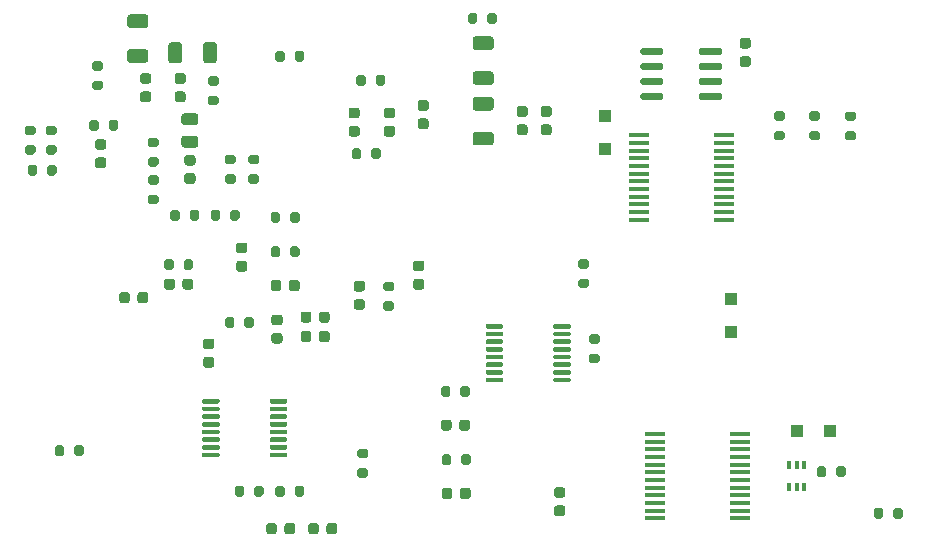
<source format=gbp>
G04 #@! TF.GenerationSoftware,KiCad,Pcbnew,(5.1.12-1-10_14)*
G04 #@! TF.CreationDate,2022-04-11T16:53:27-05:00*
G04 #@! TF.ProjectId,bath_clamp,62617468-5f63-46c6-916d-702e6b696361,rev?*
G04 #@! TF.SameCoordinates,Original*
G04 #@! TF.FileFunction,Paste,Bot*
G04 #@! TF.FilePolarity,Positive*
%FSLAX46Y46*%
G04 Gerber Fmt 4.6, Leading zero omitted, Abs format (unit mm)*
G04 Created by KiCad (PCBNEW (5.1.12-1-10_14)) date 2022-04-11 16:53:27*
%MOMM*%
%LPD*%
G01*
G04 APERTURE LIST*
%ADD10R,1.100000X1.100000*%
%ADD11R,0.400000X0.650000*%
%ADD12R,1.750000X0.450000*%
G04 APERTURE END LIST*
G36*
G01*
X42563600Y45699000D02*
X42563600Y46249000D01*
G75*
G02*
X42763600Y46449000I200000J0D01*
G01*
X43163600Y46449000D01*
G75*
G02*
X43363600Y46249000I0J-200000D01*
G01*
X43363600Y45699000D01*
G75*
G02*
X43163600Y45499000I-200000J0D01*
G01*
X42763600Y45499000D01*
G75*
G02*
X42563600Y45699000I0J200000D01*
G01*
G37*
G36*
G01*
X40913600Y45699000D02*
X40913600Y46249000D01*
G75*
G02*
X41113600Y46449000I200000J0D01*
G01*
X41513600Y46449000D01*
G75*
G02*
X41713600Y46249000I0J-200000D01*
G01*
X41713600Y45699000D01*
G75*
G02*
X41513600Y45499000I-200000J0D01*
G01*
X41113600Y45499000D01*
G75*
G02*
X40913600Y45699000I0J200000D01*
G01*
G37*
G36*
G01*
X32279000Y8743500D02*
X31729000Y8743500D01*
G75*
G02*
X31529000Y8943500I0J200000D01*
G01*
X31529000Y9343500D01*
G75*
G02*
X31729000Y9543500I200000J0D01*
G01*
X32279000Y9543500D01*
G75*
G02*
X32479000Y9343500I0J-200000D01*
G01*
X32479000Y8943500D01*
G75*
G02*
X32279000Y8743500I-200000J0D01*
G01*
G37*
G36*
G01*
X32279000Y7093500D02*
X31729000Y7093500D01*
G75*
G02*
X31529000Y7293500I0J200000D01*
G01*
X31529000Y7693500D01*
G75*
G02*
X31729000Y7893500I200000J0D01*
G01*
X32279000Y7893500D01*
G75*
G02*
X32479000Y7693500I0J-200000D01*
G01*
X32479000Y7293500D01*
G75*
G02*
X32279000Y7093500I-200000J0D01*
G01*
G37*
G36*
G01*
X17861300Y36949800D02*
X16911300Y36949800D01*
G75*
G02*
X16661300Y37199800I0J250000D01*
G01*
X16661300Y37699800D01*
G75*
G02*
X16911300Y37949800I250000J0D01*
G01*
X17861300Y37949800D01*
G75*
G02*
X18111300Y37699800I0J-250000D01*
G01*
X18111300Y37199800D01*
G75*
G02*
X17861300Y36949800I-250000J0D01*
G01*
G37*
G36*
G01*
X17861300Y35049800D02*
X16911300Y35049800D01*
G75*
G02*
X16661300Y35299800I0J250000D01*
G01*
X16661300Y35799800D01*
G75*
G02*
X16911300Y36049800I250000J0D01*
G01*
X17861300Y36049800D01*
G75*
G02*
X18111300Y35799800I0J-250000D01*
G01*
X18111300Y35299800D01*
G75*
G02*
X17861300Y35049800I-250000J0D01*
G01*
G37*
G36*
G01*
X64151700Y42778800D02*
X64651700Y42778800D01*
G75*
G02*
X64876700Y42553800I0J-225000D01*
G01*
X64876700Y42103800D01*
G75*
G02*
X64651700Y41878800I-225000J0D01*
G01*
X64151700Y41878800D01*
G75*
G02*
X63926700Y42103800I0J225000D01*
G01*
X63926700Y42553800D01*
G75*
G02*
X64151700Y42778800I225000J0D01*
G01*
G37*
G36*
G01*
X64151700Y44328800D02*
X64651700Y44328800D01*
G75*
G02*
X64876700Y44103800I0J-225000D01*
G01*
X64876700Y43653800D01*
G75*
G02*
X64651700Y43428800I-225000J0D01*
G01*
X64151700Y43428800D01*
G75*
G02*
X63926700Y43653800I0J225000D01*
G01*
X63926700Y44103800D01*
G75*
G02*
X64151700Y44328800I225000J0D01*
G01*
G37*
G36*
G01*
X19629800Y40290300D02*
X19079800Y40290300D01*
G75*
G02*
X18879800Y40490300I0J200000D01*
G01*
X18879800Y40890300D01*
G75*
G02*
X19079800Y41090300I200000J0D01*
G01*
X19629800Y41090300D01*
G75*
G02*
X19829800Y40890300I0J-200000D01*
G01*
X19829800Y40490300D01*
G75*
G02*
X19629800Y40290300I-200000J0D01*
G01*
G37*
G36*
G01*
X19629800Y38640300D02*
X19079800Y38640300D01*
G75*
G02*
X18879800Y38840300I0J200000D01*
G01*
X18879800Y39240300D01*
G75*
G02*
X19079800Y39440300I200000J0D01*
G01*
X19629800Y39440300D01*
G75*
G02*
X19829800Y39240300I0J-200000D01*
G01*
X19829800Y38840300D01*
G75*
G02*
X19629800Y38640300I-200000J0D01*
G01*
G37*
G36*
G01*
X16714900Y43715701D02*
X16714900Y42415699D01*
G75*
G02*
X16464901Y42165700I-249999J0D01*
G01*
X15814899Y42165700D01*
G75*
G02*
X15564900Y42415699I0J249999D01*
G01*
X15564900Y43715701D01*
G75*
G02*
X15814899Y43965700I249999J0D01*
G01*
X16464901Y43965700D01*
G75*
G02*
X16714900Y43715701I0J-249999D01*
G01*
G37*
G36*
G01*
X19664900Y43715701D02*
X19664900Y42415699D01*
G75*
G02*
X19414901Y42165700I-249999J0D01*
G01*
X18764899Y42165700D01*
G75*
G02*
X18514900Y42415699I0J249999D01*
G01*
X18514900Y43715701D01*
G75*
G02*
X18764899Y43965700I249999J0D01*
G01*
X19414901Y43965700D01*
G75*
G02*
X19664900Y43715701I0J-249999D01*
G01*
G37*
G36*
G01*
X12329399Y43372200D02*
X13629401Y43372200D01*
G75*
G02*
X13879400Y43122201I0J-249999D01*
G01*
X13879400Y42472199D01*
G75*
G02*
X13629401Y42222200I-249999J0D01*
G01*
X12329399Y42222200D01*
G75*
G02*
X12079400Y42472199I0J249999D01*
G01*
X12079400Y43122201D01*
G75*
G02*
X12329399Y43372200I249999J0D01*
G01*
G37*
G36*
G01*
X12329399Y46322200D02*
X13629401Y46322200D01*
G75*
G02*
X13879400Y46072201I0J-249999D01*
G01*
X13879400Y45422199D01*
G75*
G02*
X13629401Y45172200I-249999J0D01*
G01*
X12329399Y45172200D01*
G75*
G02*
X12079400Y45422199I0J249999D01*
G01*
X12079400Y46072201D01*
G75*
G02*
X12329399Y46322200I249999J0D01*
G01*
G37*
G36*
G01*
X48149800Y15265300D02*
X48149800Y15465300D01*
G75*
G02*
X48249800Y15565300I100000J0D01*
G01*
X49524800Y15565300D01*
G75*
G02*
X49624800Y15465300I0J-100000D01*
G01*
X49624800Y15265300D01*
G75*
G02*
X49524800Y15165300I-100000J0D01*
G01*
X48249800Y15165300D01*
G75*
G02*
X48149800Y15265300I0J100000D01*
G01*
G37*
G36*
G01*
X48149800Y15915300D02*
X48149800Y16115300D01*
G75*
G02*
X48249800Y16215300I100000J0D01*
G01*
X49524800Y16215300D01*
G75*
G02*
X49624800Y16115300I0J-100000D01*
G01*
X49624800Y15915300D01*
G75*
G02*
X49524800Y15815300I-100000J0D01*
G01*
X48249800Y15815300D01*
G75*
G02*
X48149800Y15915300I0J100000D01*
G01*
G37*
G36*
G01*
X48149800Y16565300D02*
X48149800Y16765300D01*
G75*
G02*
X48249800Y16865300I100000J0D01*
G01*
X49524800Y16865300D01*
G75*
G02*
X49624800Y16765300I0J-100000D01*
G01*
X49624800Y16565300D01*
G75*
G02*
X49524800Y16465300I-100000J0D01*
G01*
X48249800Y16465300D01*
G75*
G02*
X48149800Y16565300I0J100000D01*
G01*
G37*
G36*
G01*
X48149800Y17215300D02*
X48149800Y17415300D01*
G75*
G02*
X48249800Y17515300I100000J0D01*
G01*
X49524800Y17515300D01*
G75*
G02*
X49624800Y17415300I0J-100000D01*
G01*
X49624800Y17215300D01*
G75*
G02*
X49524800Y17115300I-100000J0D01*
G01*
X48249800Y17115300D01*
G75*
G02*
X48149800Y17215300I0J100000D01*
G01*
G37*
G36*
G01*
X48149800Y17865300D02*
X48149800Y18065300D01*
G75*
G02*
X48249800Y18165300I100000J0D01*
G01*
X49524800Y18165300D01*
G75*
G02*
X49624800Y18065300I0J-100000D01*
G01*
X49624800Y17865300D01*
G75*
G02*
X49524800Y17765300I-100000J0D01*
G01*
X48249800Y17765300D01*
G75*
G02*
X48149800Y17865300I0J100000D01*
G01*
G37*
G36*
G01*
X48149800Y18515300D02*
X48149800Y18715300D01*
G75*
G02*
X48249800Y18815300I100000J0D01*
G01*
X49524800Y18815300D01*
G75*
G02*
X49624800Y18715300I0J-100000D01*
G01*
X49624800Y18515300D01*
G75*
G02*
X49524800Y18415300I-100000J0D01*
G01*
X48249800Y18415300D01*
G75*
G02*
X48149800Y18515300I0J100000D01*
G01*
G37*
G36*
G01*
X48149800Y19165300D02*
X48149800Y19365300D01*
G75*
G02*
X48249800Y19465300I100000J0D01*
G01*
X49524800Y19465300D01*
G75*
G02*
X49624800Y19365300I0J-100000D01*
G01*
X49624800Y19165300D01*
G75*
G02*
X49524800Y19065300I-100000J0D01*
G01*
X48249800Y19065300D01*
G75*
G02*
X48149800Y19165300I0J100000D01*
G01*
G37*
G36*
G01*
X48149800Y19815300D02*
X48149800Y20015300D01*
G75*
G02*
X48249800Y20115300I100000J0D01*
G01*
X49524800Y20115300D01*
G75*
G02*
X49624800Y20015300I0J-100000D01*
G01*
X49624800Y19815300D01*
G75*
G02*
X49524800Y19715300I-100000J0D01*
G01*
X48249800Y19715300D01*
G75*
G02*
X48149800Y19815300I0J100000D01*
G01*
G37*
G36*
G01*
X42424800Y19815300D02*
X42424800Y20015300D01*
G75*
G02*
X42524800Y20115300I100000J0D01*
G01*
X43799800Y20115300D01*
G75*
G02*
X43899800Y20015300I0J-100000D01*
G01*
X43899800Y19815300D01*
G75*
G02*
X43799800Y19715300I-100000J0D01*
G01*
X42524800Y19715300D01*
G75*
G02*
X42424800Y19815300I0J100000D01*
G01*
G37*
G36*
G01*
X42424800Y19165300D02*
X42424800Y19365300D01*
G75*
G02*
X42524800Y19465300I100000J0D01*
G01*
X43799800Y19465300D01*
G75*
G02*
X43899800Y19365300I0J-100000D01*
G01*
X43899800Y19165300D01*
G75*
G02*
X43799800Y19065300I-100000J0D01*
G01*
X42524800Y19065300D01*
G75*
G02*
X42424800Y19165300I0J100000D01*
G01*
G37*
G36*
G01*
X42424800Y18515300D02*
X42424800Y18715300D01*
G75*
G02*
X42524800Y18815300I100000J0D01*
G01*
X43799800Y18815300D01*
G75*
G02*
X43899800Y18715300I0J-100000D01*
G01*
X43899800Y18515300D01*
G75*
G02*
X43799800Y18415300I-100000J0D01*
G01*
X42524800Y18415300D01*
G75*
G02*
X42424800Y18515300I0J100000D01*
G01*
G37*
G36*
G01*
X42424800Y17865300D02*
X42424800Y18065300D01*
G75*
G02*
X42524800Y18165300I100000J0D01*
G01*
X43799800Y18165300D01*
G75*
G02*
X43899800Y18065300I0J-100000D01*
G01*
X43899800Y17865300D01*
G75*
G02*
X43799800Y17765300I-100000J0D01*
G01*
X42524800Y17765300D01*
G75*
G02*
X42424800Y17865300I0J100000D01*
G01*
G37*
G36*
G01*
X42424800Y17215300D02*
X42424800Y17415300D01*
G75*
G02*
X42524800Y17515300I100000J0D01*
G01*
X43799800Y17515300D01*
G75*
G02*
X43899800Y17415300I0J-100000D01*
G01*
X43899800Y17215300D01*
G75*
G02*
X43799800Y17115300I-100000J0D01*
G01*
X42524800Y17115300D01*
G75*
G02*
X42424800Y17215300I0J100000D01*
G01*
G37*
G36*
G01*
X42424800Y16565300D02*
X42424800Y16765300D01*
G75*
G02*
X42524800Y16865300I100000J0D01*
G01*
X43799800Y16865300D01*
G75*
G02*
X43899800Y16765300I0J-100000D01*
G01*
X43899800Y16565300D01*
G75*
G02*
X43799800Y16465300I-100000J0D01*
G01*
X42524800Y16465300D01*
G75*
G02*
X42424800Y16565300I0J100000D01*
G01*
G37*
G36*
G01*
X42424800Y15915300D02*
X42424800Y16115300D01*
G75*
G02*
X42524800Y16215300I100000J0D01*
G01*
X43799800Y16215300D01*
G75*
G02*
X43899800Y16115300I0J-100000D01*
G01*
X43899800Y15915300D01*
G75*
G02*
X43799800Y15815300I-100000J0D01*
G01*
X42524800Y15815300D01*
G75*
G02*
X42424800Y15915300I0J100000D01*
G01*
G37*
G36*
G01*
X42424800Y15265300D02*
X42424800Y15465300D01*
G75*
G02*
X42524800Y15565300I100000J0D01*
G01*
X43799800Y15565300D01*
G75*
G02*
X43899800Y15465300I0J-100000D01*
G01*
X43899800Y15265300D01*
G75*
G02*
X43799800Y15165300I-100000J0D01*
G01*
X42524800Y15165300D01*
G75*
G02*
X42424800Y15265300I0J100000D01*
G01*
G37*
G36*
G01*
X34488800Y22891300D02*
X33938800Y22891300D01*
G75*
G02*
X33738800Y23091300I0J200000D01*
G01*
X33738800Y23491300D01*
G75*
G02*
X33938800Y23691300I200000J0D01*
G01*
X34488800Y23691300D01*
G75*
G02*
X34688800Y23491300I0J-200000D01*
G01*
X34688800Y23091300D01*
G75*
G02*
X34488800Y22891300I-200000J0D01*
G01*
G37*
G36*
G01*
X34488800Y21241300D02*
X33938800Y21241300D01*
G75*
G02*
X33738800Y21441300I0J200000D01*
G01*
X33738800Y21841300D01*
G75*
G02*
X33938800Y22041300I200000J0D01*
G01*
X34488800Y22041300D01*
G75*
G02*
X34688800Y21841300I0J-200000D01*
G01*
X34688800Y21441300D01*
G75*
G02*
X34488800Y21241300I-200000J0D01*
G01*
G37*
G36*
G01*
X50998800Y24796300D02*
X50448800Y24796300D01*
G75*
G02*
X50248800Y24996300I0J200000D01*
G01*
X50248800Y25396300D01*
G75*
G02*
X50448800Y25596300I200000J0D01*
G01*
X50998800Y25596300D01*
G75*
G02*
X51198800Y25396300I0J-200000D01*
G01*
X51198800Y24996300D01*
G75*
G02*
X50998800Y24796300I-200000J0D01*
G01*
G37*
G36*
G01*
X50998800Y23146300D02*
X50448800Y23146300D01*
G75*
G02*
X50248800Y23346300I0J200000D01*
G01*
X50248800Y23746300D01*
G75*
G02*
X50448800Y23946300I200000J0D01*
G01*
X50998800Y23946300D01*
G75*
G02*
X51198800Y23746300I0J-200000D01*
G01*
X51198800Y23346300D01*
G75*
G02*
X50998800Y23146300I-200000J0D01*
G01*
G37*
G36*
G01*
X21152300Y20518800D02*
X21152300Y19968800D01*
G75*
G02*
X20952300Y19768800I-200000J0D01*
G01*
X20552300Y19768800D01*
G75*
G02*
X20352300Y19968800I0J200000D01*
G01*
X20352300Y20518800D01*
G75*
G02*
X20552300Y20718800I200000J0D01*
G01*
X20952300Y20718800D01*
G75*
G02*
X21152300Y20518800I0J-200000D01*
G01*
G37*
G36*
G01*
X22802300Y20518800D02*
X22802300Y19968800D01*
G75*
G02*
X22602300Y19768800I-200000J0D01*
G01*
X22202300Y19768800D01*
G75*
G02*
X22002300Y19968800I0J200000D01*
G01*
X22002300Y20518800D01*
G75*
G02*
X22202300Y20718800I200000J0D01*
G01*
X22602300Y20718800D01*
G75*
G02*
X22802300Y20518800I0J-200000D01*
G01*
G37*
G36*
G01*
X25875800Y25937800D02*
X25875800Y26487800D01*
G75*
G02*
X26075800Y26687800I200000J0D01*
G01*
X26475800Y26687800D01*
G75*
G02*
X26675800Y26487800I0J-200000D01*
G01*
X26675800Y25937800D01*
G75*
G02*
X26475800Y25737800I-200000J0D01*
G01*
X26075800Y25737800D01*
G75*
G02*
X25875800Y25937800I0J200000D01*
G01*
G37*
G36*
G01*
X24225800Y25937800D02*
X24225800Y26487800D01*
G75*
G02*
X24425800Y26687800I200000J0D01*
G01*
X24825800Y26687800D01*
G75*
G02*
X25025800Y26487800I0J-200000D01*
G01*
X25025800Y25937800D01*
G75*
G02*
X24825800Y25737800I-200000J0D01*
G01*
X24425800Y25737800D01*
G75*
G02*
X24225800Y25937800I0J200000D01*
G01*
G37*
G36*
G01*
X17366800Y29049300D02*
X17366800Y29599300D01*
G75*
G02*
X17566800Y29799300I200000J0D01*
G01*
X17966800Y29799300D01*
G75*
G02*
X18166800Y29599300I0J-200000D01*
G01*
X18166800Y29049300D01*
G75*
G02*
X17966800Y28849300I-200000J0D01*
G01*
X17566800Y28849300D01*
G75*
G02*
X17366800Y29049300I0J200000D01*
G01*
G37*
G36*
G01*
X15716800Y29049300D02*
X15716800Y29599300D01*
G75*
G02*
X15916800Y29799300I200000J0D01*
G01*
X16316800Y29799300D01*
G75*
G02*
X16516800Y29599300I0J-200000D01*
G01*
X16516800Y29049300D01*
G75*
G02*
X16316800Y28849300I-200000J0D01*
G01*
X15916800Y28849300D01*
G75*
G02*
X15716800Y29049300I0J200000D01*
G01*
G37*
G36*
G01*
X71253800Y7882300D02*
X71253800Y7332300D01*
G75*
G02*
X71053800Y7132300I-200000J0D01*
G01*
X70653800Y7132300D01*
G75*
G02*
X70453800Y7332300I0J200000D01*
G01*
X70453800Y7882300D01*
G75*
G02*
X70653800Y8082300I200000J0D01*
G01*
X71053800Y8082300D01*
G75*
G02*
X71253800Y7882300I0J-200000D01*
G01*
G37*
G36*
G01*
X72903800Y7882300D02*
X72903800Y7332300D01*
G75*
G02*
X72703800Y7132300I-200000J0D01*
G01*
X72303800Y7132300D01*
G75*
G02*
X72103800Y7332300I0J200000D01*
G01*
X72103800Y7882300D01*
G75*
G02*
X72303800Y8082300I200000J0D01*
G01*
X72703800Y8082300D01*
G75*
G02*
X72903800Y7882300I0J-200000D01*
G01*
G37*
D10*
X52501800Y34909300D03*
X52501800Y37709300D03*
X63169800Y19415300D03*
X63169800Y22215300D03*
X68757800Y11036300D03*
X71557800Y11036300D03*
G36*
G01*
X7587800Y9110300D02*
X7587800Y9660300D01*
G75*
G02*
X7787800Y9860300I200000J0D01*
G01*
X8187800Y9860300D01*
G75*
G02*
X8387800Y9660300I0J-200000D01*
G01*
X8387800Y9110300D01*
G75*
G02*
X8187800Y8910300I-200000J0D01*
G01*
X7787800Y8910300D01*
G75*
G02*
X7587800Y9110300I0J200000D01*
G01*
G37*
G36*
G01*
X5937800Y9110300D02*
X5937800Y9660300D01*
G75*
G02*
X6137800Y9860300I200000J0D01*
G01*
X6537800Y9860300D01*
G75*
G02*
X6737800Y9660300I0J-200000D01*
G01*
X6737800Y9110300D01*
G75*
G02*
X6537800Y8910300I-200000J0D01*
G01*
X6137800Y8910300D01*
G75*
G02*
X5937800Y9110300I0J200000D01*
G01*
G37*
G36*
G01*
X26256800Y42511300D02*
X26256800Y43061300D01*
G75*
G02*
X26456800Y43261300I200000J0D01*
G01*
X26856800Y43261300D01*
G75*
G02*
X27056800Y43061300I0J-200000D01*
G01*
X27056800Y42511300D01*
G75*
G02*
X26856800Y42311300I-200000J0D01*
G01*
X26456800Y42311300D01*
G75*
G02*
X26256800Y42511300I0J200000D01*
G01*
G37*
G36*
G01*
X24606800Y42511300D02*
X24606800Y43061300D01*
G75*
G02*
X24806800Y43261300I200000J0D01*
G01*
X25206800Y43261300D01*
G75*
G02*
X25406800Y43061300I0J-200000D01*
G01*
X25406800Y42511300D01*
G75*
G02*
X25206800Y42311300I-200000J0D01*
G01*
X24806800Y42311300D01*
G75*
G02*
X24606800Y42511300I0J200000D01*
G01*
G37*
G36*
G01*
X20795800Y29049300D02*
X20795800Y29599300D01*
G75*
G02*
X20995800Y29799300I200000J0D01*
G01*
X21395800Y29799300D01*
G75*
G02*
X21595800Y29599300I0J-200000D01*
G01*
X21595800Y29049300D01*
G75*
G02*
X21395800Y28849300I-200000J0D01*
G01*
X20995800Y28849300D01*
G75*
G02*
X20795800Y29049300I0J200000D01*
G01*
G37*
G36*
G01*
X19145800Y29049300D02*
X19145800Y29599300D01*
G75*
G02*
X19345800Y29799300I200000J0D01*
G01*
X19745800Y29799300D01*
G75*
G02*
X19945800Y29599300I0J-200000D01*
G01*
X19945800Y29049300D01*
G75*
G02*
X19745800Y28849300I-200000J0D01*
G01*
X19345800Y28849300D01*
G75*
G02*
X19145800Y29049300I0J200000D01*
G01*
G37*
G36*
G01*
X25875800Y28858800D02*
X25875800Y29408800D01*
G75*
G02*
X26075800Y29608800I200000J0D01*
G01*
X26475800Y29608800D01*
G75*
G02*
X26675800Y29408800I0J-200000D01*
G01*
X26675800Y28858800D01*
G75*
G02*
X26475800Y28658800I-200000J0D01*
G01*
X26075800Y28658800D01*
G75*
G02*
X25875800Y28858800I0J200000D01*
G01*
G37*
G36*
G01*
X24225800Y28858800D02*
X24225800Y29408800D01*
G75*
G02*
X24425800Y29608800I200000J0D01*
G01*
X24825800Y29608800D01*
G75*
G02*
X25025800Y29408800I0J-200000D01*
G01*
X25025800Y28858800D01*
G75*
G02*
X24825800Y28658800I-200000J0D01*
G01*
X24425800Y28658800D01*
G75*
G02*
X24225800Y28858800I0J200000D01*
G01*
G37*
G36*
G01*
X40353800Y8348300D02*
X40353800Y8898300D01*
G75*
G02*
X40553800Y9098300I200000J0D01*
G01*
X40953800Y9098300D01*
G75*
G02*
X41153800Y8898300I0J-200000D01*
G01*
X41153800Y8348300D01*
G75*
G02*
X40953800Y8148300I-200000J0D01*
G01*
X40553800Y8148300D01*
G75*
G02*
X40353800Y8348300I0J200000D01*
G01*
G37*
G36*
G01*
X38703800Y8348300D02*
X38703800Y8898300D01*
G75*
G02*
X38903800Y9098300I200000J0D01*
G01*
X39303800Y9098300D01*
G75*
G02*
X39503800Y8898300I0J-200000D01*
G01*
X39503800Y8348300D01*
G75*
G02*
X39303800Y8148300I-200000J0D01*
G01*
X38903800Y8148300D01*
G75*
G02*
X38703800Y8348300I0J200000D01*
G01*
G37*
G36*
G01*
X76079800Y4364400D02*
X76079800Y3814400D01*
G75*
G02*
X75879800Y3614400I-200000J0D01*
G01*
X75479800Y3614400D01*
G75*
G02*
X75279800Y3814400I0J200000D01*
G01*
X75279800Y4364400D01*
G75*
G02*
X75479800Y4564400I200000J0D01*
G01*
X75879800Y4564400D01*
G75*
G02*
X76079800Y4364400I0J-200000D01*
G01*
G37*
G36*
G01*
X77729800Y4364400D02*
X77729800Y3814400D01*
G75*
G02*
X77529800Y3614400I-200000J0D01*
G01*
X77129800Y3614400D01*
G75*
G02*
X76929800Y3814400I0J200000D01*
G01*
X76929800Y4364400D01*
G75*
G02*
X77129800Y4564400I200000J0D01*
G01*
X77529800Y4564400D01*
G75*
G02*
X77729800Y4364400I0J-200000D01*
G01*
G37*
G36*
G01*
X22827800Y5681300D02*
X22827800Y6231300D01*
G75*
G02*
X23027800Y6431300I200000J0D01*
G01*
X23427800Y6431300D01*
G75*
G02*
X23627800Y6231300I0J-200000D01*
G01*
X23627800Y5681300D01*
G75*
G02*
X23427800Y5481300I-200000J0D01*
G01*
X23027800Y5481300D01*
G75*
G02*
X22827800Y5681300I0J200000D01*
G01*
G37*
G36*
G01*
X21177800Y5681300D02*
X21177800Y6231300D01*
G75*
G02*
X21377800Y6431300I200000J0D01*
G01*
X21777800Y6431300D01*
G75*
G02*
X21977800Y6231300I0J-200000D01*
G01*
X21977800Y5681300D01*
G75*
G02*
X21777800Y5481300I-200000J0D01*
G01*
X21377800Y5481300D01*
G75*
G02*
X21177800Y5681300I0J200000D01*
G01*
G37*
G36*
G01*
X51887800Y18446300D02*
X51337800Y18446300D01*
G75*
G02*
X51137800Y18646300I0J200000D01*
G01*
X51137800Y19046300D01*
G75*
G02*
X51337800Y19246300I200000J0D01*
G01*
X51887800Y19246300D01*
G75*
G02*
X52087800Y19046300I0J-200000D01*
G01*
X52087800Y18646300D01*
G75*
G02*
X51887800Y18446300I-200000J0D01*
G01*
G37*
G36*
G01*
X51887800Y16796300D02*
X51337800Y16796300D01*
G75*
G02*
X51137800Y16996300I0J200000D01*
G01*
X51137800Y17396300D01*
G75*
G02*
X51337800Y17596300I200000J0D01*
G01*
X51887800Y17596300D01*
G75*
G02*
X52087800Y17396300I0J-200000D01*
G01*
X52087800Y16996300D01*
G75*
G02*
X51887800Y16796300I-200000J0D01*
G01*
G37*
G36*
G01*
X25406800Y6231300D02*
X25406800Y5681300D01*
G75*
G02*
X25206800Y5481300I-200000J0D01*
G01*
X24806800Y5481300D01*
G75*
G02*
X24606800Y5681300I0J200000D01*
G01*
X24606800Y6231300D01*
G75*
G02*
X24806800Y6431300I200000J0D01*
G01*
X25206800Y6431300D01*
G75*
G02*
X25406800Y6231300I0J-200000D01*
G01*
G37*
G36*
G01*
X27056800Y6231300D02*
X27056800Y5681300D01*
G75*
G02*
X26856800Y5481300I-200000J0D01*
G01*
X26456800Y5481300D01*
G75*
G02*
X26256800Y5681300I0J200000D01*
G01*
X26256800Y6231300D01*
G75*
G02*
X26456800Y6431300I200000J0D01*
G01*
X26856800Y6431300D01*
G75*
G02*
X27056800Y6231300I0J-200000D01*
G01*
G37*
G36*
G01*
X40296300Y14130800D02*
X40296300Y14680800D01*
G75*
G02*
X40496300Y14880800I200000J0D01*
G01*
X40896300Y14880800D01*
G75*
G02*
X41096300Y14680800I0J-200000D01*
G01*
X41096300Y14130800D01*
G75*
G02*
X40896300Y13930800I-200000J0D01*
G01*
X40496300Y13930800D01*
G75*
G02*
X40296300Y14130800I0J200000D01*
G01*
G37*
G36*
G01*
X38646300Y14130800D02*
X38646300Y14680800D01*
G75*
G02*
X38846300Y14880800I200000J0D01*
G01*
X39246300Y14880800D01*
G75*
G02*
X39446300Y14680800I0J-200000D01*
G01*
X39446300Y14130800D01*
G75*
G02*
X39246300Y13930800I-200000J0D01*
G01*
X38846300Y13930800D01*
G75*
G02*
X38646300Y14130800I0J200000D01*
G01*
G37*
G36*
G01*
X9658800Y37219300D02*
X9658800Y36669300D01*
G75*
G02*
X9458800Y36469300I-200000J0D01*
G01*
X9058800Y36469300D01*
G75*
G02*
X8858800Y36669300I0J200000D01*
G01*
X8858800Y37219300D01*
G75*
G02*
X9058800Y37419300I200000J0D01*
G01*
X9458800Y37419300D01*
G75*
G02*
X9658800Y37219300I0J-200000D01*
G01*
G37*
G36*
G01*
X11308800Y37219300D02*
X11308800Y36669300D01*
G75*
G02*
X11108800Y36469300I-200000J0D01*
G01*
X10708800Y36469300D01*
G75*
G02*
X10508800Y36669300I0J200000D01*
G01*
X10508800Y37219300D01*
G75*
G02*
X10708800Y37419300I200000J0D01*
G01*
X11108800Y37419300D01*
G75*
G02*
X11308800Y37219300I0J-200000D01*
G01*
G37*
G36*
G01*
X9850800Y41560300D02*
X9300800Y41560300D01*
G75*
G02*
X9100800Y41760300I0J200000D01*
G01*
X9100800Y42160300D01*
G75*
G02*
X9300800Y42360300I200000J0D01*
G01*
X9850800Y42360300D01*
G75*
G02*
X10050800Y42160300I0J-200000D01*
G01*
X10050800Y41760300D01*
G75*
G02*
X9850800Y41560300I-200000J0D01*
G01*
G37*
G36*
G01*
X9850800Y39910300D02*
X9300800Y39910300D01*
G75*
G02*
X9100800Y40110300I0J200000D01*
G01*
X9100800Y40510300D01*
G75*
G02*
X9300800Y40710300I200000J0D01*
G01*
X9850800Y40710300D01*
G75*
G02*
X10050800Y40510300I0J-200000D01*
G01*
X10050800Y40110300D01*
G75*
G02*
X9850800Y39910300I-200000J0D01*
G01*
G37*
D11*
X68107800Y6276300D03*
X69407800Y6276300D03*
X68757800Y8176300D03*
X68757800Y6276300D03*
X69407800Y8176300D03*
X68107800Y8176300D03*
G36*
G01*
X25125800Y23605300D02*
X25125800Y23105300D01*
G75*
G02*
X24900800Y22880300I-225000J0D01*
G01*
X24450800Y22880300D01*
G75*
G02*
X24225800Y23105300I0J225000D01*
G01*
X24225800Y23605300D01*
G75*
G02*
X24450800Y23830300I225000J0D01*
G01*
X24900800Y23830300D01*
G75*
G02*
X25125800Y23605300I0J-225000D01*
G01*
G37*
G36*
G01*
X26675800Y23605300D02*
X26675800Y23105300D01*
G75*
G02*
X26450800Y22880300I-225000J0D01*
G01*
X26000800Y22880300D01*
G75*
G02*
X25775800Y23105300I0J225000D01*
G01*
X25775800Y23605300D01*
G75*
G02*
X26000800Y23830300I225000J0D01*
G01*
X26450800Y23830300D01*
G75*
G02*
X26675800Y23605300I0J-225000D01*
G01*
G37*
G36*
G01*
X24146800Y8915300D02*
X24146800Y9115300D01*
G75*
G02*
X24246800Y9215300I100000J0D01*
G01*
X25521800Y9215300D01*
G75*
G02*
X25621800Y9115300I0J-100000D01*
G01*
X25621800Y8915300D01*
G75*
G02*
X25521800Y8815300I-100000J0D01*
G01*
X24246800Y8815300D01*
G75*
G02*
X24146800Y8915300I0J100000D01*
G01*
G37*
G36*
G01*
X24146800Y9565300D02*
X24146800Y9765300D01*
G75*
G02*
X24246800Y9865300I100000J0D01*
G01*
X25521800Y9865300D01*
G75*
G02*
X25621800Y9765300I0J-100000D01*
G01*
X25621800Y9565300D01*
G75*
G02*
X25521800Y9465300I-100000J0D01*
G01*
X24246800Y9465300D01*
G75*
G02*
X24146800Y9565300I0J100000D01*
G01*
G37*
G36*
G01*
X24146800Y10215300D02*
X24146800Y10415300D01*
G75*
G02*
X24246800Y10515300I100000J0D01*
G01*
X25521800Y10515300D01*
G75*
G02*
X25621800Y10415300I0J-100000D01*
G01*
X25621800Y10215300D01*
G75*
G02*
X25521800Y10115300I-100000J0D01*
G01*
X24246800Y10115300D01*
G75*
G02*
X24146800Y10215300I0J100000D01*
G01*
G37*
G36*
G01*
X24146800Y10865300D02*
X24146800Y11065300D01*
G75*
G02*
X24246800Y11165300I100000J0D01*
G01*
X25521800Y11165300D01*
G75*
G02*
X25621800Y11065300I0J-100000D01*
G01*
X25621800Y10865300D01*
G75*
G02*
X25521800Y10765300I-100000J0D01*
G01*
X24246800Y10765300D01*
G75*
G02*
X24146800Y10865300I0J100000D01*
G01*
G37*
G36*
G01*
X24146800Y11515300D02*
X24146800Y11715300D01*
G75*
G02*
X24246800Y11815300I100000J0D01*
G01*
X25521800Y11815300D01*
G75*
G02*
X25621800Y11715300I0J-100000D01*
G01*
X25621800Y11515300D01*
G75*
G02*
X25521800Y11415300I-100000J0D01*
G01*
X24246800Y11415300D01*
G75*
G02*
X24146800Y11515300I0J100000D01*
G01*
G37*
G36*
G01*
X24146800Y12165300D02*
X24146800Y12365300D01*
G75*
G02*
X24246800Y12465300I100000J0D01*
G01*
X25521800Y12465300D01*
G75*
G02*
X25621800Y12365300I0J-100000D01*
G01*
X25621800Y12165300D01*
G75*
G02*
X25521800Y12065300I-100000J0D01*
G01*
X24246800Y12065300D01*
G75*
G02*
X24146800Y12165300I0J100000D01*
G01*
G37*
G36*
G01*
X24146800Y12815300D02*
X24146800Y13015300D01*
G75*
G02*
X24246800Y13115300I100000J0D01*
G01*
X25521800Y13115300D01*
G75*
G02*
X25621800Y13015300I0J-100000D01*
G01*
X25621800Y12815300D01*
G75*
G02*
X25521800Y12715300I-100000J0D01*
G01*
X24246800Y12715300D01*
G75*
G02*
X24146800Y12815300I0J100000D01*
G01*
G37*
G36*
G01*
X24146800Y13465300D02*
X24146800Y13665300D01*
G75*
G02*
X24246800Y13765300I100000J0D01*
G01*
X25521800Y13765300D01*
G75*
G02*
X25621800Y13665300I0J-100000D01*
G01*
X25621800Y13465300D01*
G75*
G02*
X25521800Y13365300I-100000J0D01*
G01*
X24246800Y13365300D01*
G75*
G02*
X24146800Y13465300I0J100000D01*
G01*
G37*
G36*
G01*
X18421800Y13465300D02*
X18421800Y13665300D01*
G75*
G02*
X18521800Y13765300I100000J0D01*
G01*
X19796800Y13765300D01*
G75*
G02*
X19896800Y13665300I0J-100000D01*
G01*
X19896800Y13465300D01*
G75*
G02*
X19796800Y13365300I-100000J0D01*
G01*
X18521800Y13365300D01*
G75*
G02*
X18421800Y13465300I0J100000D01*
G01*
G37*
G36*
G01*
X18421800Y12815300D02*
X18421800Y13015300D01*
G75*
G02*
X18521800Y13115300I100000J0D01*
G01*
X19796800Y13115300D01*
G75*
G02*
X19896800Y13015300I0J-100000D01*
G01*
X19896800Y12815300D01*
G75*
G02*
X19796800Y12715300I-100000J0D01*
G01*
X18521800Y12715300D01*
G75*
G02*
X18421800Y12815300I0J100000D01*
G01*
G37*
G36*
G01*
X18421800Y12165300D02*
X18421800Y12365300D01*
G75*
G02*
X18521800Y12465300I100000J0D01*
G01*
X19796800Y12465300D01*
G75*
G02*
X19896800Y12365300I0J-100000D01*
G01*
X19896800Y12165300D01*
G75*
G02*
X19796800Y12065300I-100000J0D01*
G01*
X18521800Y12065300D01*
G75*
G02*
X18421800Y12165300I0J100000D01*
G01*
G37*
G36*
G01*
X18421800Y11515300D02*
X18421800Y11715300D01*
G75*
G02*
X18521800Y11815300I100000J0D01*
G01*
X19796800Y11815300D01*
G75*
G02*
X19896800Y11715300I0J-100000D01*
G01*
X19896800Y11515300D01*
G75*
G02*
X19796800Y11415300I-100000J0D01*
G01*
X18521800Y11415300D01*
G75*
G02*
X18421800Y11515300I0J100000D01*
G01*
G37*
G36*
G01*
X18421800Y10865300D02*
X18421800Y11065300D01*
G75*
G02*
X18521800Y11165300I100000J0D01*
G01*
X19796800Y11165300D01*
G75*
G02*
X19896800Y11065300I0J-100000D01*
G01*
X19896800Y10865300D01*
G75*
G02*
X19796800Y10765300I-100000J0D01*
G01*
X18521800Y10765300D01*
G75*
G02*
X18421800Y10865300I0J100000D01*
G01*
G37*
G36*
G01*
X18421800Y10215300D02*
X18421800Y10415300D01*
G75*
G02*
X18521800Y10515300I100000J0D01*
G01*
X19796800Y10515300D01*
G75*
G02*
X19896800Y10415300I0J-100000D01*
G01*
X19896800Y10215300D01*
G75*
G02*
X19796800Y10115300I-100000J0D01*
G01*
X18521800Y10115300D01*
G75*
G02*
X18421800Y10215300I0J100000D01*
G01*
G37*
G36*
G01*
X18421800Y9565300D02*
X18421800Y9765300D01*
G75*
G02*
X18521800Y9865300I100000J0D01*
G01*
X19796800Y9865300D01*
G75*
G02*
X19896800Y9765300I0J-100000D01*
G01*
X19896800Y9565300D01*
G75*
G02*
X19796800Y9465300I-100000J0D01*
G01*
X18521800Y9465300D01*
G75*
G02*
X18421800Y9565300I0J100000D01*
G01*
G37*
G36*
G01*
X18421800Y8915300D02*
X18421800Y9115300D01*
G75*
G02*
X18521800Y9215300I100000J0D01*
G01*
X19796800Y9215300D01*
G75*
G02*
X19896800Y9115300I0J-100000D01*
G01*
X19896800Y8915300D01*
G75*
G02*
X19796800Y8815300I-100000J0D01*
G01*
X18521800Y8815300D01*
G75*
G02*
X18421800Y8915300I0J100000D01*
G01*
G37*
G36*
G01*
X3585800Y35249300D02*
X4135800Y35249300D01*
G75*
G02*
X4335800Y35049300I0J-200000D01*
G01*
X4335800Y34649300D01*
G75*
G02*
X4135800Y34449300I-200000J0D01*
G01*
X3585800Y34449300D01*
G75*
G02*
X3385800Y34649300I0J200000D01*
G01*
X3385800Y35049300D01*
G75*
G02*
X3585800Y35249300I200000J0D01*
G01*
G37*
G36*
G01*
X3585800Y36899300D02*
X4135800Y36899300D01*
G75*
G02*
X4335800Y36699300I0J-200000D01*
G01*
X4335800Y36299300D01*
G75*
G02*
X4135800Y36099300I-200000J0D01*
G01*
X3585800Y36099300D01*
G75*
G02*
X3385800Y36299300I0J200000D01*
G01*
X3385800Y36699300D01*
G75*
G02*
X3585800Y36899300I200000J0D01*
G01*
G37*
G36*
G01*
X40190300Y11294300D02*
X40190300Y11794300D01*
G75*
G02*
X40415300Y12019300I225000J0D01*
G01*
X40865300Y12019300D01*
G75*
G02*
X41090300Y11794300I0J-225000D01*
G01*
X41090300Y11294300D01*
G75*
G02*
X40865300Y11069300I-225000J0D01*
G01*
X40415300Y11069300D01*
G75*
G02*
X40190300Y11294300I0J225000D01*
G01*
G37*
G36*
G01*
X38640300Y11294300D02*
X38640300Y11794300D01*
G75*
G02*
X38865300Y12019300I225000J0D01*
G01*
X39315300Y12019300D01*
G75*
G02*
X39540300Y11794300I0J-225000D01*
G01*
X39540300Y11294300D01*
G75*
G02*
X39315300Y11069300I-225000J0D01*
G01*
X38865300Y11069300D01*
G75*
G02*
X38640300Y11294300I0J225000D01*
G01*
G37*
G36*
G01*
X40253800Y5515800D02*
X40253800Y6015800D01*
G75*
G02*
X40478800Y6240800I225000J0D01*
G01*
X40928800Y6240800D01*
G75*
G02*
X41153800Y6015800I0J-225000D01*
G01*
X41153800Y5515800D01*
G75*
G02*
X40928800Y5290800I-225000J0D01*
G01*
X40478800Y5290800D01*
G75*
G02*
X40253800Y5515800I0J225000D01*
G01*
G37*
G36*
G01*
X38703800Y5515800D02*
X38703800Y6015800D01*
G75*
G02*
X38928800Y6240800I225000J0D01*
G01*
X39378800Y6240800D01*
G75*
G02*
X39603800Y6015800I0J-225000D01*
G01*
X39603800Y5515800D01*
G75*
G02*
X39378800Y5290800I-225000J0D01*
G01*
X38928800Y5290800D01*
G75*
G02*
X38703800Y5515800I0J225000D01*
G01*
G37*
G36*
G01*
X4451800Y33409300D02*
X4451800Y32859300D01*
G75*
G02*
X4251800Y32659300I-200000J0D01*
G01*
X3851800Y32659300D01*
G75*
G02*
X3651800Y32859300I0J200000D01*
G01*
X3651800Y33409300D01*
G75*
G02*
X3851800Y33609300I200000J0D01*
G01*
X4251800Y33609300D01*
G75*
G02*
X4451800Y33409300I0J-200000D01*
G01*
G37*
G36*
G01*
X6101800Y33409300D02*
X6101800Y32859300D01*
G75*
G02*
X5901800Y32659300I-200000J0D01*
G01*
X5501800Y32659300D01*
G75*
G02*
X5301800Y32859300I0J200000D01*
G01*
X5301800Y33409300D01*
G75*
G02*
X5501800Y33609300I200000J0D01*
G01*
X5901800Y33609300D01*
G75*
G02*
X6101800Y33409300I0J-200000D01*
G01*
G37*
G36*
G01*
X5913800Y36099300D02*
X5363800Y36099300D01*
G75*
G02*
X5163800Y36299300I0J200000D01*
G01*
X5163800Y36699300D01*
G75*
G02*
X5363800Y36899300I200000J0D01*
G01*
X5913800Y36899300D01*
G75*
G02*
X6113800Y36699300I0J-200000D01*
G01*
X6113800Y36299300D01*
G75*
G02*
X5913800Y36099300I-200000J0D01*
G01*
G37*
G36*
G01*
X5913800Y34449300D02*
X5363800Y34449300D01*
G75*
G02*
X5163800Y34649300I0J200000D01*
G01*
X5163800Y35049300D01*
G75*
G02*
X5363800Y35249300I200000J0D01*
G01*
X5913800Y35249300D01*
G75*
G02*
X6113800Y35049300I0J-200000D01*
G01*
X6113800Y34649300D01*
G75*
G02*
X5913800Y34449300I-200000J0D01*
G01*
G37*
G36*
G01*
X25002300Y19997300D02*
X24502300Y19997300D01*
G75*
G02*
X24277300Y20222300I0J225000D01*
G01*
X24277300Y20672300D01*
G75*
G02*
X24502300Y20897300I225000J0D01*
G01*
X25002300Y20897300D01*
G75*
G02*
X25227300Y20672300I0J-225000D01*
G01*
X25227300Y20222300D01*
G75*
G02*
X25002300Y19997300I-225000J0D01*
G01*
G37*
G36*
G01*
X25002300Y18447300D02*
X24502300Y18447300D01*
G75*
G02*
X24277300Y18672300I0J225000D01*
G01*
X24277300Y19122300D01*
G75*
G02*
X24502300Y19347300I225000J0D01*
G01*
X25002300Y19347300D01*
G75*
G02*
X25227300Y19122300I0J-225000D01*
G01*
X25227300Y18672300D01*
G75*
G02*
X25002300Y18447300I-225000J0D01*
G01*
G37*
G36*
G01*
X18723800Y17315300D02*
X19223800Y17315300D01*
G75*
G02*
X19448800Y17090300I0J-225000D01*
G01*
X19448800Y16640300D01*
G75*
G02*
X19223800Y16415300I-225000J0D01*
G01*
X18723800Y16415300D01*
G75*
G02*
X18498800Y16640300I0J225000D01*
G01*
X18498800Y17090300D01*
G75*
G02*
X18723800Y17315300I225000J0D01*
G01*
G37*
G36*
G01*
X18723800Y18865300D02*
X19223800Y18865300D01*
G75*
G02*
X19448800Y18640300I0J-225000D01*
G01*
X19448800Y18190300D01*
G75*
G02*
X19223800Y17965300I-225000J0D01*
G01*
X18723800Y17965300D01*
G75*
G02*
X18498800Y18190300I0J225000D01*
G01*
X18498800Y18640300D01*
G75*
G02*
X18723800Y18865300I225000J0D01*
G01*
G37*
G36*
G01*
X33114800Y40479300D02*
X33114800Y41029300D01*
G75*
G02*
X33314800Y41229300I200000J0D01*
G01*
X33714800Y41229300D01*
G75*
G02*
X33914800Y41029300I0J-200000D01*
G01*
X33914800Y40479300D01*
G75*
G02*
X33714800Y40279300I-200000J0D01*
G01*
X33314800Y40279300D01*
G75*
G02*
X33114800Y40479300I0J200000D01*
G01*
G37*
G36*
G01*
X31464800Y40479300D02*
X31464800Y41029300D01*
G75*
G02*
X31664800Y41229300I200000J0D01*
G01*
X32064800Y41229300D01*
G75*
G02*
X32264800Y41029300I0J-200000D01*
G01*
X32264800Y40479300D01*
G75*
G02*
X32064800Y40279300I-200000J0D01*
G01*
X31664800Y40279300D01*
G75*
G02*
X31464800Y40479300I0J200000D01*
G01*
G37*
G36*
G01*
X32733800Y34256300D02*
X32733800Y34806300D01*
G75*
G02*
X32933800Y35006300I200000J0D01*
G01*
X33333800Y35006300D01*
G75*
G02*
X33533800Y34806300I0J-200000D01*
G01*
X33533800Y34256300D01*
G75*
G02*
X33333800Y34056300I-200000J0D01*
G01*
X32933800Y34056300D01*
G75*
G02*
X32733800Y34256300I0J200000D01*
G01*
G37*
G36*
G01*
X31083800Y34256300D02*
X31083800Y34806300D01*
G75*
G02*
X31283800Y35006300I200000J0D01*
G01*
X31683800Y35006300D01*
G75*
G02*
X31883800Y34806300I0J-200000D01*
G01*
X31883800Y34256300D01*
G75*
G02*
X31683800Y34056300I-200000J0D01*
G01*
X31283800Y34056300D01*
G75*
G02*
X31083800Y34256300I0J200000D01*
G01*
G37*
G36*
G01*
X34527300Y37523300D02*
X34027300Y37523300D01*
G75*
G02*
X33802300Y37748300I0J225000D01*
G01*
X33802300Y38198300D01*
G75*
G02*
X34027300Y38423300I225000J0D01*
G01*
X34527300Y38423300D01*
G75*
G02*
X34752300Y38198300I0J-225000D01*
G01*
X34752300Y37748300D01*
G75*
G02*
X34527300Y37523300I-225000J0D01*
G01*
G37*
G36*
G01*
X34527300Y35973300D02*
X34027300Y35973300D01*
G75*
G02*
X33802300Y36198300I0J225000D01*
G01*
X33802300Y36648300D01*
G75*
G02*
X34027300Y36873300I225000J0D01*
G01*
X34527300Y36873300D01*
G75*
G02*
X34752300Y36648300I0J-225000D01*
G01*
X34752300Y36198300D01*
G75*
G02*
X34527300Y35973300I-225000J0D01*
G01*
G37*
G36*
G01*
X31542800Y37523300D02*
X31042800Y37523300D01*
G75*
G02*
X30817800Y37748300I0J225000D01*
G01*
X30817800Y38198300D01*
G75*
G02*
X31042800Y38423300I225000J0D01*
G01*
X31542800Y38423300D01*
G75*
G02*
X31767800Y38198300I0J-225000D01*
G01*
X31767800Y37748300D01*
G75*
G02*
X31542800Y37523300I-225000J0D01*
G01*
G37*
G36*
G01*
X31542800Y35973300D02*
X31042800Y35973300D01*
G75*
G02*
X30817800Y36198300I0J225000D01*
G01*
X30817800Y36648300D01*
G75*
G02*
X31042800Y36873300I225000J0D01*
G01*
X31542800Y36873300D01*
G75*
G02*
X31767800Y36648300I0J-225000D01*
G01*
X31767800Y36198300D01*
G75*
G02*
X31542800Y35973300I-225000J0D01*
G01*
G37*
G36*
G01*
X37384800Y38158300D02*
X36884800Y38158300D01*
G75*
G02*
X36659800Y38383300I0J225000D01*
G01*
X36659800Y38833300D01*
G75*
G02*
X36884800Y39058300I225000J0D01*
G01*
X37384800Y39058300D01*
G75*
G02*
X37609800Y38833300I0J-225000D01*
G01*
X37609800Y38383300D01*
G75*
G02*
X37384800Y38158300I-225000J0D01*
G01*
G37*
G36*
G01*
X37384800Y36608300D02*
X36884800Y36608300D01*
G75*
G02*
X36659800Y36833300I0J225000D01*
G01*
X36659800Y37283300D01*
G75*
G02*
X36884800Y37508300I225000J0D01*
G01*
X37384800Y37508300D01*
G75*
G02*
X37609800Y37283300I0J-225000D01*
G01*
X37609800Y36833300D01*
G75*
G02*
X37384800Y36608300I-225000J0D01*
G01*
G37*
G36*
G01*
X16758800Y23232300D02*
X16758800Y23732300D01*
G75*
G02*
X16983800Y23957300I225000J0D01*
G01*
X17433800Y23957300D01*
G75*
G02*
X17658800Y23732300I0J-225000D01*
G01*
X17658800Y23232300D01*
G75*
G02*
X17433800Y23007300I-225000J0D01*
G01*
X16983800Y23007300D01*
G75*
G02*
X16758800Y23232300I0J225000D01*
G01*
G37*
G36*
G01*
X15208800Y23232300D02*
X15208800Y23732300D01*
G75*
G02*
X15433800Y23957300I225000J0D01*
G01*
X15883800Y23957300D01*
G75*
G02*
X16108800Y23732300I0J-225000D01*
G01*
X16108800Y23232300D01*
G75*
G02*
X15883800Y23007300I-225000J0D01*
G01*
X15433800Y23007300D01*
G75*
G02*
X15208800Y23232300I0J225000D01*
G01*
G37*
G36*
G01*
X22017800Y26093300D02*
X21517800Y26093300D01*
G75*
G02*
X21292800Y26318300I0J225000D01*
G01*
X21292800Y26768300D01*
G75*
G02*
X21517800Y26993300I225000J0D01*
G01*
X22017800Y26993300D01*
G75*
G02*
X22242800Y26768300I0J-225000D01*
G01*
X22242800Y26318300D01*
G75*
G02*
X22017800Y26093300I-225000J0D01*
G01*
G37*
G36*
G01*
X22017800Y24543300D02*
X21517800Y24543300D01*
G75*
G02*
X21292800Y24768300I0J225000D01*
G01*
X21292800Y25218300D01*
G75*
G02*
X21517800Y25443300I225000J0D01*
G01*
X22017800Y25443300D01*
G75*
G02*
X22242800Y25218300I0J-225000D01*
G01*
X22242800Y24768300D01*
G75*
G02*
X22017800Y24543300I-225000J0D01*
G01*
G37*
G36*
G01*
X37003800Y24569300D02*
X36503800Y24569300D01*
G75*
G02*
X36278800Y24794300I0J225000D01*
G01*
X36278800Y25244300D01*
G75*
G02*
X36503800Y25469300I225000J0D01*
G01*
X37003800Y25469300D01*
G75*
G02*
X37228800Y25244300I0J-225000D01*
G01*
X37228800Y24794300D01*
G75*
G02*
X37003800Y24569300I-225000J0D01*
G01*
G37*
G36*
G01*
X37003800Y23019300D02*
X36503800Y23019300D01*
G75*
G02*
X36278800Y23244300I0J225000D01*
G01*
X36278800Y23694300D01*
G75*
G02*
X36503800Y23919300I225000J0D01*
G01*
X37003800Y23919300D01*
G75*
G02*
X37228800Y23694300I0J-225000D01*
G01*
X37228800Y23244300D01*
G75*
G02*
X37003800Y23019300I-225000J0D01*
G01*
G37*
G36*
G01*
X31487300Y22204800D02*
X31987300Y22204800D01*
G75*
G02*
X32212300Y21979800I0J-225000D01*
G01*
X32212300Y21529800D01*
G75*
G02*
X31987300Y21304800I-225000J0D01*
G01*
X31487300Y21304800D01*
G75*
G02*
X31262300Y21529800I0J225000D01*
G01*
X31262300Y21979800D01*
G75*
G02*
X31487300Y22204800I225000J0D01*
G01*
G37*
G36*
G01*
X31487300Y23754800D02*
X31987300Y23754800D01*
G75*
G02*
X32212300Y23529800I0J-225000D01*
G01*
X32212300Y23079800D01*
G75*
G02*
X31987300Y22854800I-225000J0D01*
G01*
X31487300Y22854800D01*
G75*
G02*
X31262300Y23079800I0J225000D01*
G01*
X31262300Y23529800D01*
G75*
G02*
X31487300Y23754800I225000J0D01*
G01*
G37*
G36*
G01*
X12298800Y22589300D02*
X12298800Y22089300D01*
G75*
G02*
X12073800Y21864300I-225000J0D01*
G01*
X11623800Y21864300D01*
G75*
G02*
X11398800Y22089300I0J225000D01*
G01*
X11398800Y22589300D01*
G75*
G02*
X11623800Y22814300I225000J0D01*
G01*
X12073800Y22814300D01*
G75*
G02*
X12298800Y22589300I0J-225000D01*
G01*
G37*
G36*
G01*
X13848800Y22589300D02*
X13848800Y22089300D01*
G75*
G02*
X13623800Y21864300I-225000J0D01*
G01*
X13173800Y21864300D01*
G75*
G02*
X12948800Y22089300I0J225000D01*
G01*
X12948800Y22589300D01*
G75*
G02*
X13173800Y22814300I225000J0D01*
G01*
X13623800Y22814300D01*
G75*
G02*
X13848800Y22589300I0J-225000D01*
G01*
G37*
D12*
X62578800Y28924300D03*
X62578800Y29574300D03*
X62578800Y30224300D03*
X62578800Y30874300D03*
X62578800Y31524300D03*
X62578800Y32174300D03*
X62578800Y32824300D03*
X62578800Y33474300D03*
X62578800Y34124300D03*
X62578800Y34774300D03*
X62578800Y35424300D03*
X62578800Y36074300D03*
X55378800Y36074300D03*
X55378800Y35424300D03*
X55378800Y34774300D03*
X55378800Y34124300D03*
X55378800Y33474300D03*
X55378800Y32824300D03*
X55378800Y32174300D03*
X55378800Y31524300D03*
X55378800Y30874300D03*
X55378800Y30224300D03*
X55378800Y29574300D03*
X55378800Y28924300D03*
X63975800Y3651300D03*
X63975800Y4301300D03*
X63975800Y4951300D03*
X63975800Y5601300D03*
X63975800Y6251300D03*
X63975800Y6901300D03*
X63975800Y7551300D03*
X63975800Y8201300D03*
X63975800Y8851300D03*
X63975800Y9501300D03*
X63975800Y10151300D03*
X63975800Y10801300D03*
X56775800Y10801300D03*
X56775800Y10151300D03*
X56775800Y9501300D03*
X56775800Y8851300D03*
X56775800Y8201300D03*
X56775800Y7551300D03*
X56775800Y6901300D03*
X56775800Y6251300D03*
X56775800Y5601300D03*
X56775800Y4951300D03*
X56775800Y4301300D03*
X56775800Y3651300D03*
G36*
G01*
X60478800Y39207300D02*
X60478800Y39507300D01*
G75*
G02*
X60628800Y39657300I150000J0D01*
G01*
X62278800Y39657300D01*
G75*
G02*
X62428800Y39507300I0J-150000D01*
G01*
X62428800Y39207300D01*
G75*
G02*
X62278800Y39057300I-150000J0D01*
G01*
X60628800Y39057300D01*
G75*
G02*
X60478800Y39207300I0J150000D01*
G01*
G37*
G36*
G01*
X60478800Y40477300D02*
X60478800Y40777300D01*
G75*
G02*
X60628800Y40927300I150000J0D01*
G01*
X62278800Y40927300D01*
G75*
G02*
X62428800Y40777300I0J-150000D01*
G01*
X62428800Y40477300D01*
G75*
G02*
X62278800Y40327300I-150000J0D01*
G01*
X60628800Y40327300D01*
G75*
G02*
X60478800Y40477300I0J150000D01*
G01*
G37*
G36*
G01*
X60478800Y41747300D02*
X60478800Y42047300D01*
G75*
G02*
X60628800Y42197300I150000J0D01*
G01*
X62278800Y42197300D01*
G75*
G02*
X62428800Y42047300I0J-150000D01*
G01*
X62428800Y41747300D01*
G75*
G02*
X62278800Y41597300I-150000J0D01*
G01*
X60628800Y41597300D01*
G75*
G02*
X60478800Y41747300I0J150000D01*
G01*
G37*
G36*
G01*
X60478800Y43017300D02*
X60478800Y43317300D01*
G75*
G02*
X60628800Y43467300I150000J0D01*
G01*
X62278800Y43467300D01*
G75*
G02*
X62428800Y43317300I0J-150000D01*
G01*
X62428800Y43017300D01*
G75*
G02*
X62278800Y42867300I-150000J0D01*
G01*
X60628800Y42867300D01*
G75*
G02*
X60478800Y43017300I0J150000D01*
G01*
G37*
G36*
G01*
X55528800Y43017300D02*
X55528800Y43317300D01*
G75*
G02*
X55678800Y43467300I150000J0D01*
G01*
X57328800Y43467300D01*
G75*
G02*
X57478800Y43317300I0J-150000D01*
G01*
X57478800Y43017300D01*
G75*
G02*
X57328800Y42867300I-150000J0D01*
G01*
X55678800Y42867300D01*
G75*
G02*
X55528800Y43017300I0J150000D01*
G01*
G37*
G36*
G01*
X55528800Y41747300D02*
X55528800Y42047300D01*
G75*
G02*
X55678800Y42197300I150000J0D01*
G01*
X57328800Y42197300D01*
G75*
G02*
X57478800Y42047300I0J-150000D01*
G01*
X57478800Y41747300D01*
G75*
G02*
X57328800Y41597300I-150000J0D01*
G01*
X55678800Y41597300D01*
G75*
G02*
X55528800Y41747300I0J150000D01*
G01*
G37*
G36*
G01*
X55528800Y40477300D02*
X55528800Y40777300D01*
G75*
G02*
X55678800Y40927300I150000J0D01*
G01*
X57328800Y40927300D01*
G75*
G02*
X57478800Y40777300I0J-150000D01*
G01*
X57478800Y40477300D01*
G75*
G02*
X57328800Y40327300I-150000J0D01*
G01*
X55678800Y40327300D01*
G75*
G02*
X55528800Y40477300I0J150000D01*
G01*
G37*
G36*
G01*
X55528800Y39207300D02*
X55528800Y39507300D01*
G75*
G02*
X55678800Y39657300I150000J0D01*
G01*
X57328800Y39657300D01*
G75*
G02*
X57478800Y39507300I0J-150000D01*
G01*
X57478800Y39207300D01*
G75*
G02*
X57328800Y39057300I-150000J0D01*
G01*
X55678800Y39057300D01*
G75*
G02*
X55528800Y39207300I0J150000D01*
G01*
G37*
G36*
G01*
X16008800Y25408300D02*
X16008800Y24858300D01*
G75*
G02*
X15808800Y24658300I-200000J0D01*
G01*
X15408800Y24658300D01*
G75*
G02*
X15208800Y24858300I0J200000D01*
G01*
X15208800Y25408300D01*
G75*
G02*
X15408800Y25608300I200000J0D01*
G01*
X15808800Y25608300D01*
G75*
G02*
X16008800Y25408300I0J-200000D01*
G01*
G37*
G36*
G01*
X17658800Y25408300D02*
X17658800Y24858300D01*
G75*
G02*
X17458800Y24658300I-200000J0D01*
G01*
X17058800Y24658300D01*
G75*
G02*
X16858800Y24858300I0J200000D01*
G01*
X16858800Y25408300D01*
G75*
G02*
X17058800Y25608300I200000J0D01*
G01*
X17458800Y25608300D01*
G75*
G02*
X17658800Y25408300I0J-200000D01*
G01*
G37*
G36*
G01*
X13999800Y34233300D02*
X14549800Y34233300D01*
G75*
G02*
X14749800Y34033300I0J-200000D01*
G01*
X14749800Y33633300D01*
G75*
G02*
X14549800Y33433300I-200000J0D01*
G01*
X13999800Y33433300D01*
G75*
G02*
X13799800Y33633300I0J200000D01*
G01*
X13799800Y34033300D01*
G75*
G02*
X13999800Y34233300I200000J0D01*
G01*
G37*
G36*
G01*
X13999800Y35883300D02*
X14549800Y35883300D01*
G75*
G02*
X14749800Y35683300I0J-200000D01*
G01*
X14749800Y35283300D01*
G75*
G02*
X14549800Y35083300I-200000J0D01*
G01*
X13999800Y35083300D01*
G75*
G02*
X13799800Y35283300I0J200000D01*
G01*
X13799800Y35683300D01*
G75*
G02*
X13999800Y35883300I200000J0D01*
G01*
G37*
G36*
G01*
X13999800Y31058300D02*
X14549800Y31058300D01*
G75*
G02*
X14749800Y30858300I0J-200000D01*
G01*
X14749800Y30458300D01*
G75*
G02*
X14549800Y30258300I-200000J0D01*
G01*
X13999800Y30258300D01*
G75*
G02*
X13799800Y30458300I0J200000D01*
G01*
X13799800Y30858300D01*
G75*
G02*
X13999800Y31058300I200000J0D01*
G01*
G37*
G36*
G01*
X13999800Y32708300D02*
X14549800Y32708300D01*
G75*
G02*
X14749800Y32508300I0J-200000D01*
G01*
X14749800Y32108300D01*
G75*
G02*
X14549800Y31908300I-200000J0D01*
G01*
X13999800Y31908300D01*
G75*
G02*
X13799800Y32108300I0J200000D01*
G01*
X13799800Y32508300D01*
G75*
G02*
X13999800Y32708300I200000J0D01*
G01*
G37*
G36*
G01*
X22525000Y32775000D02*
X23075000Y32775000D01*
G75*
G02*
X23275000Y32575000I0J-200000D01*
G01*
X23275000Y32175000D01*
G75*
G02*
X23075000Y31975000I-200000J0D01*
G01*
X22525000Y31975000D01*
G75*
G02*
X22325000Y32175000I0J200000D01*
G01*
X22325000Y32575000D01*
G75*
G02*
X22525000Y32775000I200000J0D01*
G01*
G37*
G36*
G01*
X22525000Y34425000D02*
X23075000Y34425000D01*
G75*
G02*
X23275000Y34225000I0J-200000D01*
G01*
X23275000Y33825000D01*
G75*
G02*
X23075000Y33625000I-200000J0D01*
G01*
X22525000Y33625000D01*
G75*
G02*
X22325000Y33825000I0J200000D01*
G01*
X22325000Y34225000D01*
G75*
G02*
X22525000Y34425000I200000J0D01*
G01*
G37*
G36*
G01*
X21075000Y33625000D02*
X20525000Y33625000D01*
G75*
G02*
X20325000Y33825000I0J200000D01*
G01*
X20325000Y34225000D01*
G75*
G02*
X20525000Y34425000I200000J0D01*
G01*
X21075000Y34425000D01*
G75*
G02*
X21275000Y34225000I0J-200000D01*
G01*
X21275000Y33825000D01*
G75*
G02*
X21075000Y33625000I-200000J0D01*
G01*
G37*
G36*
G01*
X21075000Y31975000D02*
X20525000Y31975000D01*
G75*
G02*
X20325000Y32175000I0J200000D01*
G01*
X20325000Y32575000D01*
G75*
G02*
X20525000Y32775000I200000J0D01*
G01*
X21075000Y32775000D01*
G75*
G02*
X21275000Y32575000I0J-200000D01*
G01*
X21275000Y32175000D01*
G75*
G02*
X21075000Y31975000I-200000J0D01*
G01*
G37*
G36*
G01*
X73029400Y36443100D02*
X73579400Y36443100D01*
G75*
G02*
X73779400Y36243100I0J-200000D01*
G01*
X73779400Y35843100D01*
G75*
G02*
X73579400Y35643100I-200000J0D01*
G01*
X73029400Y35643100D01*
G75*
G02*
X72829400Y35843100I0J200000D01*
G01*
X72829400Y36243100D01*
G75*
G02*
X73029400Y36443100I200000J0D01*
G01*
G37*
G36*
G01*
X73029400Y38093100D02*
X73579400Y38093100D01*
G75*
G02*
X73779400Y37893100I0J-200000D01*
G01*
X73779400Y37493100D01*
G75*
G02*
X73579400Y37293100I-200000J0D01*
G01*
X73029400Y37293100D01*
G75*
G02*
X72829400Y37493100I0J200000D01*
G01*
X72829400Y37893100D01*
G75*
G02*
X73029400Y38093100I200000J0D01*
G01*
G37*
G36*
G01*
X70006800Y36455800D02*
X70556800Y36455800D01*
G75*
G02*
X70756800Y36255800I0J-200000D01*
G01*
X70756800Y35855800D01*
G75*
G02*
X70556800Y35655800I-200000J0D01*
G01*
X70006800Y35655800D01*
G75*
G02*
X69806800Y35855800I0J200000D01*
G01*
X69806800Y36255800D01*
G75*
G02*
X70006800Y36455800I200000J0D01*
G01*
G37*
G36*
G01*
X70006800Y38105800D02*
X70556800Y38105800D01*
G75*
G02*
X70756800Y37905800I0J-200000D01*
G01*
X70756800Y37505800D01*
G75*
G02*
X70556800Y37305800I-200000J0D01*
G01*
X70006800Y37305800D01*
G75*
G02*
X69806800Y37505800I0J200000D01*
G01*
X69806800Y37905800D01*
G75*
G02*
X70006800Y38105800I200000J0D01*
G01*
G37*
G36*
G01*
X67022300Y36455800D02*
X67572300Y36455800D01*
G75*
G02*
X67772300Y36255800I0J-200000D01*
G01*
X67772300Y35855800D01*
G75*
G02*
X67572300Y35655800I-200000J0D01*
G01*
X67022300Y35655800D01*
G75*
G02*
X66822300Y35855800I0J200000D01*
G01*
X66822300Y36255800D01*
G75*
G02*
X67022300Y36455800I200000J0D01*
G01*
G37*
G36*
G01*
X67022300Y38105800D02*
X67572300Y38105800D01*
G75*
G02*
X67772300Y37905800I0J-200000D01*
G01*
X67772300Y37505800D01*
G75*
G02*
X67572300Y37305800I-200000J0D01*
G01*
X67022300Y37305800D01*
G75*
G02*
X66822300Y37505800I0J200000D01*
G01*
X66822300Y37905800D01*
G75*
G02*
X67022300Y38105800I200000J0D01*
G01*
G37*
G36*
G01*
X25394800Y2531300D02*
X25394800Y3031300D01*
G75*
G02*
X25619800Y3256300I225000J0D01*
G01*
X26069800Y3256300D01*
G75*
G02*
X26294800Y3031300I0J-225000D01*
G01*
X26294800Y2531300D01*
G75*
G02*
X26069800Y2306300I-225000J0D01*
G01*
X25619800Y2306300D01*
G75*
G02*
X25394800Y2531300I0J225000D01*
G01*
G37*
G36*
G01*
X23844800Y2531300D02*
X23844800Y3031300D01*
G75*
G02*
X24069800Y3256300I225000J0D01*
G01*
X24519800Y3256300D01*
G75*
G02*
X24744800Y3031300I0J-225000D01*
G01*
X24744800Y2531300D01*
G75*
G02*
X24519800Y2306300I-225000J0D01*
G01*
X24069800Y2306300D01*
G75*
G02*
X23844800Y2531300I0J225000D01*
G01*
G37*
G36*
G01*
X28300800Y3031300D02*
X28300800Y2531300D01*
G75*
G02*
X28075800Y2306300I-225000J0D01*
G01*
X27625800Y2306300D01*
G75*
G02*
X27400800Y2531300I0J225000D01*
G01*
X27400800Y3031300D01*
G75*
G02*
X27625800Y3256300I225000J0D01*
G01*
X28075800Y3256300D01*
G75*
G02*
X28300800Y3031300I0J-225000D01*
G01*
G37*
G36*
G01*
X29850800Y3031300D02*
X29850800Y2531300D01*
G75*
G02*
X29625800Y2306300I-225000J0D01*
G01*
X29175800Y2306300D01*
G75*
G02*
X28950800Y2531300I0J225000D01*
G01*
X28950800Y3031300D01*
G75*
G02*
X29175800Y3256300I225000J0D01*
G01*
X29625800Y3256300D01*
G75*
G02*
X29850800Y3031300I0J-225000D01*
G01*
G37*
G36*
G01*
X16310800Y39794300D02*
X16810800Y39794300D01*
G75*
G02*
X17035800Y39569300I0J-225000D01*
G01*
X17035800Y39119300D01*
G75*
G02*
X16810800Y38894300I-225000J0D01*
G01*
X16310800Y38894300D01*
G75*
G02*
X16085800Y39119300I0J225000D01*
G01*
X16085800Y39569300D01*
G75*
G02*
X16310800Y39794300I225000J0D01*
G01*
G37*
G36*
G01*
X16310800Y41344300D02*
X16810800Y41344300D01*
G75*
G02*
X17035800Y41119300I0J-225000D01*
G01*
X17035800Y40669300D01*
G75*
G02*
X16810800Y40444300I-225000J0D01*
G01*
X16310800Y40444300D01*
G75*
G02*
X16085800Y40669300I0J225000D01*
G01*
X16085800Y41119300D01*
G75*
G02*
X16310800Y41344300I225000J0D01*
G01*
G37*
G36*
G01*
X13389800Y39794300D02*
X13889800Y39794300D01*
G75*
G02*
X14114800Y39569300I0J-225000D01*
G01*
X14114800Y39119300D01*
G75*
G02*
X13889800Y38894300I-225000J0D01*
G01*
X13389800Y38894300D01*
G75*
G02*
X13164800Y39119300I0J225000D01*
G01*
X13164800Y39569300D01*
G75*
G02*
X13389800Y39794300I225000J0D01*
G01*
G37*
G36*
G01*
X13389800Y41344300D02*
X13889800Y41344300D01*
G75*
G02*
X14114800Y41119300I0J-225000D01*
G01*
X14114800Y40669300D01*
G75*
G02*
X13889800Y40444300I-225000J0D01*
G01*
X13389800Y40444300D01*
G75*
G02*
X13164800Y40669300I0J225000D01*
G01*
X13164800Y41119300D01*
G75*
G02*
X13389800Y41344300I225000J0D01*
G01*
G37*
G36*
G01*
X41564799Y36376300D02*
X42864801Y36376300D01*
G75*
G02*
X43114800Y36126301I0J-249999D01*
G01*
X43114800Y35476299D01*
G75*
G02*
X42864801Y35226300I-249999J0D01*
G01*
X41564799Y35226300D01*
G75*
G02*
X41314800Y35476299I0J249999D01*
G01*
X41314800Y36126301D01*
G75*
G02*
X41564799Y36376300I249999J0D01*
G01*
G37*
G36*
G01*
X41564799Y39326300D02*
X42864801Y39326300D01*
G75*
G02*
X43114800Y39076301I0J-249999D01*
G01*
X43114800Y38426299D01*
G75*
G02*
X42864801Y38176300I-249999J0D01*
G01*
X41564799Y38176300D01*
G75*
G02*
X41314800Y38426299I0J249999D01*
G01*
X41314800Y39076301D01*
G75*
G02*
X41564799Y39326300I249999J0D01*
G01*
G37*
G36*
G01*
X41564799Y41505300D02*
X42864801Y41505300D01*
G75*
G02*
X43114800Y41255301I0J-249999D01*
G01*
X43114800Y40605299D01*
G75*
G02*
X42864801Y40355300I-249999J0D01*
G01*
X41564799Y40355300D01*
G75*
G02*
X41314800Y40605299I0J249999D01*
G01*
X41314800Y41255301D01*
G75*
G02*
X41564799Y41505300I249999J0D01*
G01*
G37*
G36*
G01*
X41564799Y44455300D02*
X42864801Y44455300D01*
G75*
G02*
X43114800Y44205301I0J-249999D01*
G01*
X43114800Y43555299D01*
G75*
G02*
X42864801Y43305300I-249999J0D01*
G01*
X41564799Y43305300D01*
G75*
G02*
X41314800Y43555299I0J249999D01*
G01*
X41314800Y44205301D01*
G75*
G02*
X41564799Y44455300I249999J0D01*
G01*
G37*
G36*
G01*
X45266800Y37000300D02*
X45766800Y37000300D01*
G75*
G02*
X45991800Y36775300I0J-225000D01*
G01*
X45991800Y36325300D01*
G75*
G02*
X45766800Y36100300I-225000J0D01*
G01*
X45266800Y36100300D01*
G75*
G02*
X45041800Y36325300I0J225000D01*
G01*
X45041800Y36775300D01*
G75*
G02*
X45266800Y37000300I225000J0D01*
G01*
G37*
G36*
G01*
X45266800Y38550300D02*
X45766800Y38550300D01*
G75*
G02*
X45991800Y38325300I0J-225000D01*
G01*
X45991800Y37875300D01*
G75*
G02*
X45766800Y37650300I-225000J0D01*
G01*
X45266800Y37650300D01*
G75*
G02*
X45041800Y37875300I0J225000D01*
G01*
X45041800Y38325300D01*
G75*
G02*
X45266800Y38550300I225000J0D01*
G01*
G37*
G36*
G01*
X47798800Y37650300D02*
X47298800Y37650300D01*
G75*
G02*
X47073800Y37875300I0J225000D01*
G01*
X47073800Y38325300D01*
G75*
G02*
X47298800Y38550300I225000J0D01*
G01*
X47798800Y38550300D01*
G75*
G02*
X48023800Y38325300I0J-225000D01*
G01*
X48023800Y37875300D01*
G75*
G02*
X47798800Y37650300I-225000J0D01*
G01*
G37*
G36*
G01*
X47798800Y36100300D02*
X47298800Y36100300D01*
G75*
G02*
X47073800Y36325300I0J225000D01*
G01*
X47073800Y36775300D01*
G75*
G02*
X47298800Y37000300I225000J0D01*
G01*
X47798800Y37000300D01*
G75*
G02*
X48023800Y36775300I0J-225000D01*
G01*
X48023800Y36325300D01*
G75*
G02*
X47798800Y36100300I-225000J0D01*
G01*
G37*
G36*
G01*
X27665800Y19287300D02*
X27665800Y18787300D01*
G75*
G02*
X27440800Y18562300I-225000J0D01*
G01*
X26990800Y18562300D01*
G75*
G02*
X26765800Y18787300I0J225000D01*
G01*
X26765800Y19287300D01*
G75*
G02*
X26990800Y19512300I225000J0D01*
G01*
X27440800Y19512300D01*
G75*
G02*
X27665800Y19287300I0J-225000D01*
G01*
G37*
G36*
G01*
X29215800Y19287300D02*
X29215800Y18787300D01*
G75*
G02*
X28990800Y18562300I-225000J0D01*
G01*
X28540800Y18562300D01*
G75*
G02*
X28315800Y18787300I0J225000D01*
G01*
X28315800Y19287300D01*
G75*
G02*
X28540800Y19512300I225000J0D01*
G01*
X28990800Y19512300D01*
G75*
G02*
X29215800Y19287300I0J-225000D01*
G01*
G37*
G36*
G01*
X27665800Y20938300D02*
X27665800Y20438300D01*
G75*
G02*
X27440800Y20213300I-225000J0D01*
G01*
X26990800Y20213300D01*
G75*
G02*
X26765800Y20438300I0J225000D01*
G01*
X26765800Y20938300D01*
G75*
G02*
X26990800Y21163300I225000J0D01*
G01*
X27440800Y21163300D01*
G75*
G02*
X27665800Y20938300I0J-225000D01*
G01*
G37*
G36*
G01*
X29215800Y20938300D02*
X29215800Y20438300D01*
G75*
G02*
X28990800Y20213300I-225000J0D01*
G01*
X28540800Y20213300D01*
G75*
G02*
X28315800Y20438300I0J225000D01*
G01*
X28315800Y20938300D01*
G75*
G02*
X28540800Y21163300I225000J0D01*
G01*
X28990800Y21163300D01*
G75*
G02*
X29215800Y20938300I0J-225000D01*
G01*
G37*
G36*
G01*
X9579800Y34206300D02*
X10079800Y34206300D01*
G75*
G02*
X10304800Y33981300I0J-225000D01*
G01*
X10304800Y33531300D01*
G75*
G02*
X10079800Y33306300I-225000J0D01*
G01*
X9579800Y33306300D01*
G75*
G02*
X9354800Y33531300I0J225000D01*
G01*
X9354800Y33981300D01*
G75*
G02*
X9579800Y34206300I225000J0D01*
G01*
G37*
G36*
G01*
X9579800Y35756300D02*
X10079800Y35756300D01*
G75*
G02*
X10304800Y35531300I0J-225000D01*
G01*
X10304800Y35081300D01*
G75*
G02*
X10079800Y34856300I-225000J0D01*
G01*
X9579800Y34856300D01*
G75*
G02*
X9354800Y35081300I0J225000D01*
G01*
X9354800Y35531300D01*
G75*
G02*
X9579800Y35756300I225000J0D01*
G01*
G37*
G36*
G01*
X48441800Y4742300D02*
X48941800Y4742300D01*
G75*
G02*
X49166800Y4517300I0J-225000D01*
G01*
X49166800Y4067300D01*
G75*
G02*
X48941800Y3842300I-225000J0D01*
G01*
X48441800Y3842300D01*
G75*
G02*
X48216800Y4067300I0J225000D01*
G01*
X48216800Y4517300D01*
G75*
G02*
X48441800Y4742300I225000J0D01*
G01*
G37*
G36*
G01*
X48441800Y6292300D02*
X48941800Y6292300D01*
G75*
G02*
X49166800Y6067300I0J-225000D01*
G01*
X49166800Y5617300D01*
G75*
G02*
X48941800Y5392300I-225000J0D01*
G01*
X48441800Y5392300D01*
G75*
G02*
X48216800Y5617300I0J225000D01*
G01*
X48216800Y6067300D01*
G75*
G02*
X48441800Y6292300I225000J0D01*
G01*
G37*
G36*
G01*
X17136300Y32872800D02*
X17636300Y32872800D01*
G75*
G02*
X17861300Y32647800I0J-225000D01*
G01*
X17861300Y32197800D01*
G75*
G02*
X17636300Y31972800I-225000J0D01*
G01*
X17136300Y31972800D01*
G75*
G02*
X16911300Y32197800I0J225000D01*
G01*
X16911300Y32647800D01*
G75*
G02*
X17136300Y32872800I225000J0D01*
G01*
G37*
G36*
G01*
X17136300Y34422800D02*
X17636300Y34422800D01*
G75*
G02*
X17861300Y34197800I0J-225000D01*
G01*
X17861300Y33747800D01*
G75*
G02*
X17636300Y33522800I-225000J0D01*
G01*
X17136300Y33522800D01*
G75*
G02*
X16911300Y33747800I0J225000D01*
G01*
X16911300Y34197800D01*
G75*
G02*
X17136300Y34422800I225000J0D01*
G01*
G37*
M02*

</source>
